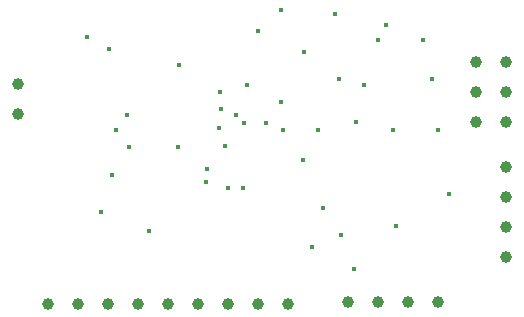
<source format=gbr>
%TF.GenerationSoftware,KiCad,Pcbnew,7.0.5-0*%
%TF.CreationDate,2023-07-14T22:28:07+02:00*%
%TF.ProjectId,MCU-Datalogger,4d43552d-4461-4746-916c-6f676765722e,V1.0*%
%TF.SameCoordinates,Original*%
%TF.FileFunction,Plated,1,2,PTH,Drill*%
%TF.FilePolarity,Positive*%
%FSLAX46Y46*%
G04 Gerber Fmt 4.6, Leading zero omitted, Abs format (unit mm)*
G04 Created by KiCad (PCBNEW 7.0.5-0) date 2023-07-14 22:28:07*
%MOMM*%
%LPD*%
G01*
G04 APERTURE LIST*
%TA.AperFunction,ViaDrill*%
%ADD10C,0.400000*%
%TD*%
%TA.AperFunction,ComponentDrill*%
%ADD11C,1.000000*%
%TD*%
G04 APERTURE END LIST*
D10*
X137871200Y-81026000D03*
X139065000Y-95885000D03*
X139750800Y-82042000D03*
X140004800Y-92710000D03*
X140335000Y-88900000D03*
X141274800Y-87630000D03*
X141422901Y-90377499D03*
X143154400Y-97485200D03*
X145599500Y-90373200D03*
X145680555Y-83401900D03*
X147955000Y-93345000D03*
X148031200Y-92202000D03*
X149098000Y-88754500D03*
X149135500Y-85725000D03*
X149199600Y-87174500D03*
X149539099Y-90255499D03*
X149860000Y-93890500D03*
X150495500Y-87629500D03*
X151130000Y-93890500D03*
X151217282Y-88354500D03*
X151440500Y-85090000D03*
X152400000Y-80555500D03*
X153035500Y-88354000D03*
X154305000Y-78740000D03*
X154330400Y-86563200D03*
X154484500Y-88949341D03*
X156210000Y-91440000D03*
X156281901Y-82376499D03*
X156972000Y-98806000D03*
X157480000Y-88900000D03*
X157886400Y-95554800D03*
X158902400Y-79095600D03*
X159190201Y-84649799D03*
X159385000Y-97790000D03*
X160477200Y-100685600D03*
X160655000Y-88265000D03*
X161379500Y-85090000D03*
X162560000Y-81280000D03*
X163195000Y-80010000D03*
X163830000Y-88900000D03*
X164033200Y-97028000D03*
X166370000Y-81280000D03*
X167081200Y-84582000D03*
X167640000Y-88900000D03*
X168503600Y-94335600D03*
D11*
%TO.C,BT1*%
X132080000Y-85085000D03*
X132080000Y-87625000D03*
%TO.C,J3*%
X134620000Y-103632000D03*
X137160000Y-103632000D03*
X139700000Y-103632000D03*
X142240000Y-103632000D03*
X144780000Y-103632000D03*
X147320000Y-103632000D03*
X149860000Y-103632000D03*
X152400000Y-103632000D03*
X154940000Y-103632000D03*
%TO.C,J2*%
X160020000Y-103505000D03*
X162560000Y-103505000D03*
X165100000Y-103505000D03*
X167640000Y-103505000D03*
%TO.C,J4*%
X170810000Y-83200000D03*
X170810000Y-85740000D03*
X170810000Y-88280000D03*
X173350000Y-83200000D03*
X173350000Y-85740000D03*
X173350000Y-88280000D03*
%TO.C,J1*%
X173355000Y-92075000D03*
X173355000Y-94615000D03*
X173355000Y-97155000D03*
X173355000Y-99695000D03*
M02*

</source>
